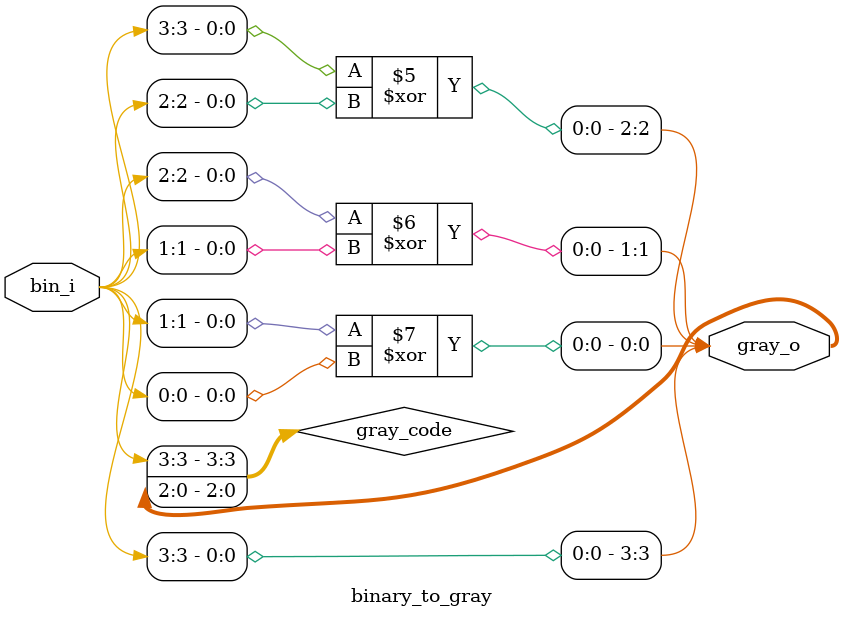
<source format=sv>

module binary_to_gray #(
  parameter VEC_W = 4
)(
  input     wire[VEC_W-1:0] bin_i,
  output    wire[VEC_W-1:0] gray_o

);

  // Gray Code signal
  logic[VEC_W-1:0] gray_code;

  // Gray Code logic
  always_comb begin
    gray_code = 0;

    for (int i = (VEC_W - 1); i >= 0; i--) begin
      if (i == (VEC_W - 1)) begin
        gray_code[i] = bin_i[i];
      end else begin
        gray_code[i] = bin_i[i + 1] ^ bin_i[i];
      end
    end
  end

  // Output logic
  assign gray_o = gray_code;

endmodule

</source>
